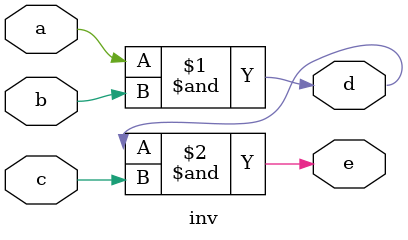
<source format=v>
`timescale 1ns / 1ps

module inv(a, b, c, d, e);
input a, b, c;
output d, e;

assign d = a&b;
assign e = d&c;
endmodule

</source>
